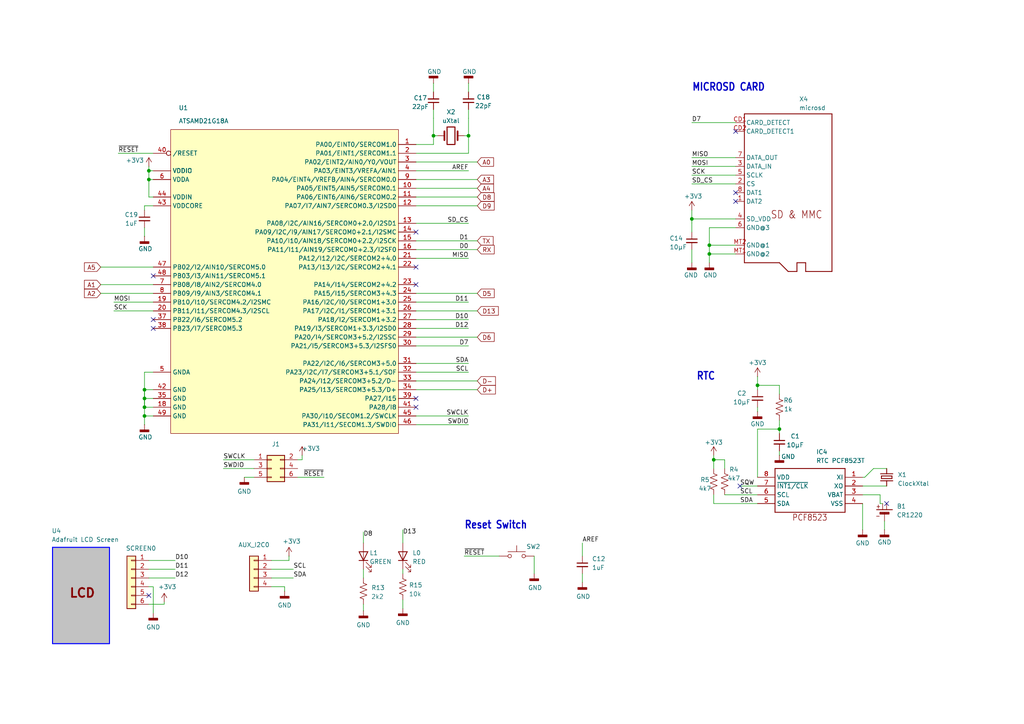
<source format=kicad_sch>
(kicad_sch (version 20250114) (generator "eeschema") (generator_version "9.0")
  (paper "A4")
  (lib_symbols
    (symbol "Connector_Generic:Conn_01x04" (pin_names (offset 1.016) (hide yes))
      (property "Reference" "J" (at 0 5.08 0))
      (property "Value" "Conn_01x04" (at 0 -7.62 0))
      (symbol "Conn_01x04_1_1"
        (rectangle (start -1.27 3.81) (end 1.27 -6.35) (stroke (width 0.254)) (fill (type background)))
        (rectangle (start -1.27 2.667) (end 0 2.413) (stroke (width 0.1524)))
        (rectangle (start -1.27 0.127) (end 0 -0.127) (stroke (width 0.1524)))
        (rectangle (start -1.27 -2.413) (end 0 -2.667) (stroke (width 0.1524)))
        (rectangle (start -1.27 -4.953) (end 0 -5.207) (stroke (width 0.1524)))
        (pin passive line (at -5.08 2.54 0) (length 3.81) (name "Pin_1") (number "1"))
        (pin passive line (at -5.08 0 0) (length 3.81) (name "Pin_2") (number "2"))
        (pin passive line (at -5.08 -2.54 0) (length 3.81) (name "Pin_3") (number "3"))
        (pin passive line (at -5.08 -5.08 0) (length 3.81) (name "Pin_4") (number "4"))
      )
    )
    (symbol "Connector_Generic:Conn_01x06" (pin_names (offset 1.016) (hide yes))
      (property "Reference" "J" (at 0 7.62 0))
      (property "Value" "Conn_01x06" (at 0 -10.16 0))
      (symbol "Conn_01x06_1_1"
        (rectangle (start -1.27 6.35) (end 1.27 -8.89) (stroke (width 0.254)) (fill (type background)))
        (rectangle (start -1.27 5.207) (end 0 4.953) (stroke (width 0.1524)))
        (rectangle (start -1.27 2.667) (end 0 2.413) (stroke (width 0.1524)))
        (rectangle (start -1.27 0.127) (end 0 -0.127) (stroke (width 0.1524)))
        (rectangle (start -1.27 -2.413) (end 0 -2.667) (stroke (width 0.1524)))
        (rectangle (start -1.27 -4.953) (end 0 -5.207) (stroke (width 0.1524)))
        (rectangle (start -1.27 -7.493) (end 0 -7.747) (stroke (width 0.1524)))
        (pin passive line (at -5.08 5.08 0) (length 3.81) (name "Pin_1") (number "1"))
        (pin passive line (at -5.08 2.54 0) (length 3.81) (name "Pin_2") (number "2"))
        (pin passive line (at -5.08 0 0) (length 3.81) (name "Pin_3") (number "3"))
        (pin passive line (at -5.08 -2.54 0) (length 3.81) (name "Pin_4") (number "4"))
        (pin passive line (at -5.08 -5.08 0) (length 3.81) (name "Pin_5") (number "5"))
        (pin passive line (at -5.08 -7.62 0) (length 3.81) (name "Pin_6") (number "6"))
      )
    )
    (symbol "Connector_Generic:Conn_02x03_Odd_Even" (pin_names (offset 1.016) (hide yes))
      (property "Reference" "J" (at 1.27 5.08 0))
      (property "Value" "Conn_02x03_Odd_Even" (at 1.27 -5.08 0))
      (symbol "Conn_02x03_Odd_Even_1_1"
        (rectangle (start -1.27 3.81) (end 3.81 -3.81) (stroke (width 0.254)) (fill (type background)))
        (rectangle (start -1.27 2.667) (end 0 2.413) (stroke (width 0.1524)))
        (rectangle (start -1.27 0.127) (end 0 -0.127) (stroke (width 0.1524)))
        (rectangle (start -1.27 -2.413) (end 0 -2.667) (stroke (width 0.1524)))
        (rectangle (start 3.81 2.667) (end 2.54 2.413) (stroke (width 0.1524)))
        (rectangle (start 3.81 0.127) (end 2.54 -0.127) (stroke (width 0.1524)))
        (rectangle (start 3.81 -2.413) (end 2.54 -2.667) (stroke (width 0.1524)))
        (pin passive line (at -5.08 2.54 0) (length 3.81) (name "Pin_1") (number "1"))
        (pin passive line (at -5.08 0 0) (length 3.81) (name "Pin_3") (number "3"))
        (pin passive line (at -5.08 -2.54 0) (length 3.81) (name "Pin_5") (number "5"))
        (pin passive line (at 7.62 2.54 180) (length 3.81) (name "Pin_2") (number "2"))
        (pin passive line (at 7.62 0 180) (length 3.81) (name "Pin_4") (number "4"))
        (pin passive line (at 7.62 -2.54 180) (length 3.81) (name "Pin_6") (number "6"))
      )
    )
    (symbol "Device:C_Small" (pin_numbers (hide yes)) (pin_names (offset 0.254) (hide yes))
      (property "Reference" "C" (at 0.254 1.778 0))
      (property "Value" "C_Small" (at 0.254 -2.032 0))
      (symbol "C_Small_0_1"
        (polyline (pts (xy -1.524 0.508) (xy 1.524 0.508)) (stroke (width 0.3048)))
        (polyline (pts (xy -1.524 -0.508) (xy 1.524 -0.508)) (stroke (width 0.3302)))
      )
      (symbol "C_Small_1_1"
        (pin passive line (at 0 2.54 270) (length 2.032) (name "~") (number "1"))
        (pin passive line (at 0 -2.54 90) (length 2.032) (name "~") (number "2"))
      )
    )
    (symbol "Device:Crystal" (pin_numbers (hide yes)) (pin_names (offset 1.016) (hide yes))
      (property "Reference" "Y" (at 0 3.81 0))
      (property "Value" "Crystal" (at 0 -3.81 0))
      (symbol "Crystal_0_1"
        (polyline (pts (xy -2.54 0) (xy -1.905 0)))
        (polyline (pts (xy -1.905 -1.27) (xy -1.905 1.27)) (stroke (width 0.508)))
        (rectangle (start -1.143 2.54) (end 1.143 -2.54) (stroke (width 0.3048)))
        (polyline (pts (xy 1.905 -1.27) (xy 1.905 1.27)) (stroke (width 0.508)))
        (polyline (pts (xy 2.54 0) (xy 1.905 0)))
      )
      (symbol "Crystal_1_1"
        (pin passive line (at -3.81 0 0) (length 1.27) (name "1") (number "1"))
        (pin passive line (at 3.81 0 180) (length 1.27) (name "2") (number "2"))
      )
    )
    (symbol "Device:LED" (pin_numbers (hide yes)) (pin_names (offset 1.016) (hide yes))
      (property "Reference" "D" (at 0 2.54 0))
      (property "Value" "LED" (at 0 -2.54 0))
      (symbol "LED_0_1"
        (polyline (pts (xy -3.048 -0.762) (xy -4.572 -2.286) (xy -3.81 -2.286) (xy -4.572 -2.286) (xy -4.572 -1.524)))
        (polyline (pts (xy -1.778 -0.762) (xy -3.302 -2.286) (xy -2.54 -2.286) (xy -3.302 -2.286) (xy -3.302 -1.524)))
        (polyline (pts (xy -1.27 0) (xy 1.27 0)))
        (polyline (pts (xy -1.27 -1.27) (xy -1.27 1.27)) (stroke (width 0.254)))
        (polyline (pts (xy 1.27 -1.27) (xy 1.27 1.27) (xy -1.27 0) (xy 1.27 -1.27)) (stroke (width 0.254)))
      )
      (symbol "LED_1_1"
        (pin passive line (at -3.81 0 0) (length 2.54) (name "K") (number "1"))
        (pin passive line (at 3.81 0 180) (length 2.54) (name "A") (number "2"))
      )
    )
    (symbol "Device:R_US" (pin_numbers (hide yes)) (pin_names (offset 0))
      (property "Reference" "R" (at 2.54 0 90))
      (property "Value" "R_US" (at -2.54 0 90))
      (symbol "R_US_0_1"
        (polyline (pts (xy 0 2.286) (xy 0 2.54)))
        (polyline (pts (xy 0 2.286) (xy 1.016 1.905) (xy 0 1.524) (xy -1.016 1.143) (xy 0 0.762)))
        (polyline (pts (xy 0 0.762) (xy 1.016 0.381) (xy 0 0) (xy -1.016 -0.381) (xy 0 -0.762)))
        (polyline (pts (xy 0 -0.762) (xy 1.016 -1.143) (xy 0 -1.524) (xy -1.016 -1.905) (xy 0 -2.286)))
        (polyline (pts (xy 0 -2.286) (xy 0 -2.54)))
      )
      (symbol "R_US_1_1"
        (pin passive line (at 0 3.81 270) (length 1.27) (name "~") (number "1"))
        (pin passive line (at 0 -3.81 90) (length 1.27) (name "~") (number "2"))
      )
    )
    (symbol "FED3 SymbLib:ATSAMD21J_QFN"
      (symbol "ATSAMD21J_QFN_1_0"
        (pin bidirectional inverted (at -25.4 33.02 0) (length 5.08) (name "/RESET") (number "40"))
        (pin power_in line (at -25.4 27.94 0) (length 5.08) (name "VDDIO") (number "17"))
        (pin power_in line (at -25.4 27.94 0) (length 5.08) (name "VDDIO") (number "36"))
        (pin power_in line (at -25.4 25.4 0) (length 5.08) (name "VDDA") (number "6"))
        (pin power_in line (at -25.4 20.32 0) (length 5.08) (name "VDDIN") (number "44"))
        (pin power_in line (at -25.4 17.78 0) (length 5.08) (name "VDDCORE") (number "43"))
        (pin bidirectional line (at -25.4 0 0) (length 5.08) (name "PB02/I2/AIN10/SERCOM5.0") (number "47"))
        (pin bidirectional line (at -25.4 -2.54 0) (length 5.08) (name "PB03/I3/AIN11/SERCOM5.1") (number "48"))
        (pin bidirectional line (at -25.4 -5.08 0) (length 5.08) (name "PB08/I8/AIN2/SERCOM4.0") (number "7"))
        (pin bidirectional line (at -25.4 -7.62 0) (length 5.08) (name "PB09/I9/AIN3/SERCOM4.1") (number "8"))
        (pin bidirectional line (at -25.4 -10.16 0) (length 5.08) (name "PB10/I10/SERCOM4.2/I2SMC") (number "19"))
        (pin bidirectional line (at -25.4 -12.7 0) (length 5.08) (name "PB11/I11/SERCOM4.3/I2SCL") (number "20"))
        (pin bidirectional line (at -25.4 -15.24 0) (length 5.08) (name "PB22/I6/SERCOM5.2") (number "37"))
        (pin bidirectional line (at -25.4 -17.78 0) (length 5.08) (name "PB23/I7/SERCOM5.3") (number "38"))
        (pin power_in line (at -25.4 -30.48 0) (length 5.08) (name "GNDA") (number "5"))
        (pin power_in line (at -25.4 -35.56 0) (length 5.08) (name "GND") (number "42"))
        (pin power_in line (at -25.4 -38.1 0) (length 5.08) (name "GND") (number "35"))
        (pin power_in line (at -25.4 -40.64 0) (length 5.08) (name "GND") (number "18"))
        (pin power_in line (at -25.4 -43.18 0) (length 5.08) (name "GND") (number "49"))
        (pin bidirectional line (at 50.8 35.56 180) (length 5.08) (name "PA00/EINT0/SERCOM1.0") (number "1"))
        (pin bidirectional line (at 50.8 33.02 180) (length 5.08) (name "PA01/EINT1/SERCOM1.1") (number "2"))
        (pin bidirectional line (at 50.8 30.48 180) (length 5.08) (name "PA02/EINT2/AIN0/Y0/VOUT") (number "3"))
        (pin bidirectional line (at 50.8 27.94 180) (length 5.08) (name "PA03/EINT3/VREFA/AIN1") (number "4"))
        (pin bidirectional line (at 50.8 25.4 180) (length 5.08) (name "PA04/EINT4/VREFB/AIN4/SERCOM0.0") (number "9"))
        (pin bidirectional line (at 50.8 22.86 180) (length 5.08) (name "PA05/EINT5/AIN5/SERCOM0.1") (number "10"))
        (pin bidirectional line (at 50.8 20.32 180) (length 5.08) (name "PA06/EINT6/AIN6/SERCOM0.2") (number "11"))
        (pin bidirectional line (at 50.8 17.78 180) (length 5.08) (name "PA07/I7/AIN7/SERCOM0.3/I2SD0") (number "12"))
        (pin bidirectional line (at 50.8 12.7 180) (length 5.08) (name "PA08/I2C/AIN16/SERCOM0+2.0/I2SD1") (number "13"))
        (pin bidirectional line (at 50.8 10.16 180) (length 5.08) (name "PA09/I2C/I9/AIN17/SERCOM0+2.1/I2SMC") (number "14"))
        (pin bidirectional line (at 50.8 7.62 180) (length 5.08) (name "PA10/I10/AIN18/SERCOM0+2.2/I2SCK") (number "15"))
        (pin bidirectional line (at 50.8 5.08 180) (length 5.08) (name "PA11/I11/AIN19/SERCOM0+2.3/I2SF0") (number "16"))
        (pin bidirectional line (at 50.8 2.54 180) (length 5.08) (name "PA12/I12/I2C/SERCOM2+4.0") (number "21"))
        (pin bidirectional line (at 50.8 0 180) (length 5.08) (name "PA13/I13/I2C/SERCOM2+4.1") (number "22"))
        (pin bidirectional line (at 50.8 -5.08 180) (length 5.08) (name "PA14/I14/SERCOM2+4.2") (number "23"))
        (pin bidirectional line (at 50.8 -7.62 180) (length 5.08) (name "PA15/I15/SERCOM3+4.3") (number "24"))
        (pin bidirectional line (at 50.8 -10.16 180) (length 5.08) (name "PA16/I2C/I0/SERCOM1+3.0") (number "25"))
        (pin bidirectional line (at 50.8 -12.7 180) (length 5.08) (name "PA17/I2C/I1/SERCOM1+3.1") (number "26"))
        (pin bidirectional line (at 50.8 -15.24 180) (length 5.08) (name "PA18/I2/SERCOM1+3.2") (number "27"))
        (pin bidirectional line (at 50.8 -17.78 180) (length 5.08) (name "PA19/I3/SERCOM1+3.3/I2SD0") (number "28"))
        (pin bidirectional line (at 50.8 -20.32 180) (length 5.08) (name "PA20/I4/SERCOM3+5.2/I2SSC") (number "29"))
        (pin bidirectional line (at 50.8 -22.86 180) (length 5.08) (name "PA21/I5/SERCOM3+5.3/I2SFS0") (number "30"))
        (pin bidirectional line (at 50.8 -27.94 180) (length 5.08) (name "PA22/I2C/I6/SERCOM3+5.0") (number "31"))
        (pin bidirectional line (at 50.8 -30.48 180) (length 5.08) (name "PA23/I2C/I7/SERCOM3+5.1/SOF") (number "32"))
        (pin bidirectional line (at 50.8 -33.02 180) (length 5.08) (name "PA24/I12/SERCOM3+5.2/D-") (number "33"))
        (pin bidirectional line (at 50.8 -35.56 180) (length 5.08) (name "PA25/I13/SERCOM3+5.3/D+") (number "34"))
        (pin bidirectional line (at 50.8 -38.1 180) (length 5.08) (name "PA27/I15") (number "39"))
        (pin bidirectional line (at 50.8 -40.64 180) (length 5.08) (name "PA28/I8") (number "41"))
        (pin bidirectional line (at 50.8 -43.18 180) (length 5.08) (name "PA30/I10/SECOM1.2/SWCLK") (number "45"))
        (pin bidirectional line (at 50.8 -45.72 180) (length 5.08) (name "PA31/I11/SECOM1.3/SWDIO") (number "46"))
      )
      (symbol "ATSAMD21J_QFN_1_1"
        (rectangle (start -20.32 39.878) (end 45.72 -48.26) (fill (type background)))
      )
    )
    (symbol "FED3 SymbLib:BATTERYCR1220_SMT"
      (property "Reference" "B" (at -2.54 3.175 0))
      (symbol "BATTERYCR1220_SMT_1_0"
        (polyline (pts (xy -0.508 1.27) (xy -0.254 1.27)) (stroke (width 0.254)))
        (polyline (pts (xy -0.508 -1.27) (xy -0.508 1.27)) (stroke (width 0.254)))
        (polyline (pts (xy -0.254 1.27) (xy -0.254 -1.27)) (stroke (width 0.254)))
        (polyline (pts (xy -0.254 1.27) (xy 0 1.27)) (stroke (width 0.254)))
        (polyline (pts (xy -0.254 -1.27) (xy -0.508 -1.27)) (stroke (width 0.254)))
        (polyline (pts (xy 0 1.27) (xy 0 -1.27)) (stroke (width 0.254)))
        (polyline (pts (xy 0 -1.27) (xy -0.254 -1.27)) (stroke (width 0.254)))
        (polyline (pts (xy 0.762 2.286) (xy 0.762 -2.286)) (stroke (width 0.254)))
        (text "-" (at -1.778 -1.143 900) (effects (font (size 1.27 1.0795)) (justify right top)))
        (text "+" (at 1.016 -1.016 900) (effects (font (size 1.27 1.0795)) (justify right top)))
        (pin passive line (at -2.54 0 0) (length 2.54) (name "-") (number "3"))
        (pin passive line (at 2.54 0.6096 180) (length 1.8288) (name "+") (number "1"))
        (pin passive line (at 2.54 -0.5334 180) (length 1.8288) (name "+") (number "2"))
      )
    )
    (symbol "FED3 SymbLib:CRYSTAL8.0X3.8"
      (property "Reference" "Y" (at -2.54 2.54 0))
      (symbol "CRYSTAL8.0X3.8_1_0"
        (polyline (pts (xy -2.54 0) (xy -1.016 0)) (stroke (width 0.254)))
        (polyline (pts (xy -1.016 1.778) (xy -1.016 0)) (stroke (width 0.254)))
        (polyline (pts (xy -1.016 0) (xy -1.016 -1.778)) (stroke (width 0.254)))
        (polyline (pts (xy -0.381 1.524) (xy -0.381 -1.524)) (stroke (width 0.254)))
        (polyline (pts (xy -0.381 -1.524) (xy 0.381 -1.524)) (stroke (width 0.254)))
        (polyline (pts (xy 0.381 1.524) (xy -0.381 1.524)) (stroke (width 0.254)))
        (polyline (pts (xy 0.381 -1.524) (xy 0.381 1.524)) (stroke (width 0.254)))
        (polyline (pts (xy 1.016 1.778) (xy 1.016 0)) (stroke (width 0.254)))
        (polyline (pts (xy 1.016 0) (xy 1.016 -1.778)) (stroke (width 0.254)))
        (polyline (pts (xy 2.54 0) (xy 1.016 0)) (stroke (width 0.254)))
        (pin passive line (at -3.81 -2.54 0) (length 2.54) (hide yes) (name "2") (number "2"))
        (pin passive line (at -2.54 0 0) (length 0) (name "1") (number "1"))
        (pin passive line (at 2.54 0 180) (length 0) (name "4") (number "4"))
        (pin passive line (at 2.54 -2.54 180) (length 2.54) (hide yes) (name "3") (number "3"))
      )
    )
    (symbol "FED3 SymbLib:LCD_SCREEN" (pin_numbers (hide yes))
      (property "Reference" "U" (at -8.128 15.24 0))
      (property "Value" "Adafruit LCD Screen" (at 1.016 -15.24 0))
      (symbol "LCD_SCREEN_1_1"
        (rectangle (start -8.89 13.97) (end 7.62 -13.97) (stroke (width 0.3048) (color 0 0 255 1)) (fill (type color) (color 194 194 194 1)))
        (text "LCD" (at -0.254 0.762 0) (effects (font (size 2.54 2.54) (thickness 0.508) (bold yes))))
      )
    )
    (symbol "FED3 SymbLib:MICROSD"
      (property "Reference" "X" (at -12.7 22.606 0))
      (symbol "MICROSD_1_0"
        (polyline (pts (xy -12.7 20.32) (xy -12.7 -22.86)) (stroke (width 0.254)))
        (polyline (pts (xy -12.7 -22.86) (xy -2.54 -22.86)) (stroke (width 0.254)))
        (polyline (pts (xy -2.54 -22.86) (xy 0 -25.4)) (stroke (width 0.254)))
        (polyline (pts (xy 0 -25.4) (xy 2.54 -25.4)) (stroke (width 0.254)))
        (polyline (pts (xy 2.54 -22.86) (xy 5.08 -22.86)) (stroke (width 0.254)))
        (polyline (pts (xy 2.54 -25.4) (xy 2.54 -22.86)) (stroke (width 0.254)))
        (polyline (pts (xy 5.08 -22.86) (xy 5.08 -25.4)) (stroke (width 0.254)))
        (polyline (pts (xy 5.08 -25.4) (xy 12.7 -25.4)) (stroke (width 0.254)))
        (polyline (pts (xy 12.7 20.32) (xy -12.7 20.32)) (stroke (width 0.254)))
        (polyline (pts (xy 12.7 -25.4) (xy 12.7 20.32)) (stroke (width 0.254)))
        (text "SD & MMC" (at -5.08 -10.16 0) (effects (font (size 2.1844 1.8567)) (justify left bottom)))
        (pin passive line (at -15.24 17.78 0) (length 2.54) (name "CARD_DETECT") (number "CD1"))
        (pin passive line (at -15.24 15.24 0) (length 2.54) (name "CARD_DETECT1") (number "CD2"))
        (pin output line (at -15.24 7.62 0) (length 2.54) (name "DATA_OUT") (number "7"))
        (pin input line (at -15.24 5.08 0) (length 2.54) (name "DATA_IN") (number "3"))
        (pin input line (at -15.24 2.54 0) (length 2.54) (name "SCLK") (number "5"))
        (pin input line (at -15.24 0 0) (length 2.54) (name "CS") (number "2"))
        (pin bidirectional line (at -15.24 -2.54 0) (length 2.54) (name "DAT1") (number "8"))
        (pin bidirectional line (at -15.24 -5.08 0) (length 2.54) (name "DAT2") (number "1"))
        (pin power_in line (at -15.24 -10.16 0) (length 2.54) (name "SD_VDD") (number "4"))
        (pin power_in line (at -15.24 -12.7 0) (length 2.54) (name "GND@3") (number "6"))
        (pin power_in line (at -15.24 -17.78 0) (length 2.54) (name "GND@1") (number "MT2"))
        (pin power_in line (at -15.24 -20.32 0) (length 2.54) (name "GND@2") (number "MT1"))
      )
    )
    (symbol "FED3 SymbLib:RTC_PCF8523/TK"
      (property "Reference" "IC" (at 10.16 7.62 0))
      (symbol "RTC_PCF8523/TK_1_0"
        (polyline (pts (xy -10.16 5.08) (xy 10.16 5.08)) (stroke (width 0.254)))
        (polyline (pts (xy -10.16 -7.62) (xy -10.16 5.08)) (stroke (width 0.254)))
        (polyline (pts (xy 10.16 5.08) (xy 10.16 -7.62)) (stroke (width 0.254)))
        (polyline (pts (xy 10.16 -7.62) (xy -10.16 -7.62)) (stroke (width 0.254)))
        (text "PCF8523" (at -5.08 -10.16 0) (effects (font (size 1.778 1.5113)) (justify left bottom)))
        (pin input line (at -15.24 2.54 0) (length 5.08) (name "XI") (number "1"))
        (pin output line (at -15.24 0 0) (length 5.08) (name "XO") (number "2"))
        (pin power_in line (at -15.24 -2.54 0) (length 5.08) (name "VBAT") (number "3"))
        (pin power_in line (at -15.24 -5.08 0) (length 5.08) (name "VSS") (number "4"))
        (pin power_in line (at 15.24 2.54 180) (length 5.08) (name "VDD") (number "8"))
        (pin output line (at 15.24 0 180) (length 5.08) (name "~{INT1/CLK}") (number "7"))
        (pin bidirectional line (at 15.24 -2.54 180) (length 5.08) (name "SCL") (number "6"))
        (pin bidirectional line (at 15.24 -5.08 180) (length 5.08) (name "SDA") (number "5"))
      )
    )
    (symbol "Switch:SW_Push" (pin_numbers (hide yes)) (pin_names (offset 1.016) (hide yes))
      (property "Reference" "SW" (at 1.27 2.54 0))
      (property "Value" "SW_Push" (at 0 -1.524 0))
      (symbol "SW_Push_0_1"
        (circle (center -2.032 0) (radius 0.508))
        (polyline (pts (xy 0 1.27) (xy 0 3.048)))
        (circle (center 2.032 0) (radius 0.508))
        (polyline (pts (xy 2.54 1.27) (xy -2.54 1.27)))
        (pin passive line (at -5.08 0 0) (length 2.54) (name "1") (number "1"))
        (pin passive line (at 5.08 0 180) (length 2.54) (name "2") (number "2"))
      )
    )
    (symbol "power:+3V3" (power) (pin_numbers (hide yes)) (pin_names (offset 0) (hide yes))
      (property "Value" "+3V3" (at 0 3.556 0))
      (symbol "+3V3_0_1"
        (polyline (pts (xy -0.762 1.27) (xy 0 2.54)))
        (polyline (pts (xy 0 2.54) (xy 0.762 1.27)))
        (polyline (pts (xy 0 0) (xy 0 2.54)))
      )
      (symbol "+3V3_1_1"
        (pin power_in line (at 0 0 90) (length 0) (name "~") (number "1"))
      )
    )
    (symbol "power:GNDD" (power) (pin_numbers (hide yes)) (pin_names (offset 0) (hide yes))
      (property "Value" "GNDD" (at 0 -3.175 0))
      (symbol "GNDD_0_1"
        (rectangle (start -1.27 -1.524) (end 1.27 -2.032) (stroke (width 0.254)) (fill (type outline)))
        (polyline (pts (xy 0 0) (xy 0 -1.524)))
      )
      (symbol "GNDD_1_1"
        (pin power_in line (at 0 0 270) (length 0) (name "~") (number "1"))
      )
    )
  )
  (text "MICROSD CARD" (at 200.66 26.67 0) (effects (font (size 2.1844 1.8567) (thickness 0.3713) (bold yes)) (justify left bottom)))
  (text "Reset Switch" (at 134.62 153.67 0) (effects (font (size 2.1844 1.8567) (thickness 0.3713) (bold yes)) (justify left bottom)))
  (text "RTC" (at 201.93 110.49 0) (effects (font (size 2.1844 1.8567) (thickness 0.3713) (bold yes)) (justify left bottom)))
  (junction (at 205.74 73.66))
  (junction (at 135.89 39.37))
  (junction (at 200.66 63.5))
  (junction (at 219.71 111.76))
  (junction (at 41.91 118.11))
  (junction (at 43.18 49.53))
  (junction (at 43.18 52.07))
  (junction (at 226.06 124.46))
  (junction (at 207.01 133.35))
  (junction (at 41.91 113.03))
  (junction (at 41.91 120.65))
  (junction (at 125.73 39.37))
  (junction (at 205.74 71.12))
  (junction (at 41.91 115.57))
  (no_connect (at 120.65 118.11))
  (no_connect (at 120.65 115.57))
  (no_connect (at 213.36 55.88))
  (no_connect (at 43.18 172.72))
  (no_connect (at 44.45 95.25))
  (no_connect (at 257.1496 146.05))
  (no_connect (at 120.65 77.47))
  (no_connect (at 213.36 38.1))
  (no_connect (at 44.45 92.71))
  (no_connect (at 214.63 140.97))
  (no_connect (at 120.65 82.55))
  (no_connect (at 213.36 58.42))
  (no_connect (at 44.45 80.01))
  (no_connect (at 120.65 67.31))
  (wire (pts (xy 207.01 132.08) (xy 207.01 133.35)) (stroke (width 0.1524)))
  (wire (pts (xy 255.27 143.51) (xy 255.27 146.05)) (stroke (width 0.1524)))
  (wire (pts (xy 256.54 151.13) (xy 256.54 153.67)) (stroke (width 0.1524)))
  (wire (pts (xy 120.65 110.49) (xy 138.43 110.49)) (stroke (width 0.1524)))
  (wire (pts (xy 200.66 60.96) (xy 200.66 63.5)) (stroke (width 0.1524)))
  (wire (pts (xy 120.65 107.95) (xy 135.89 107.95)) (stroke (width 0.1524)))
  (wire (pts (xy 105.41 175.26) (xy 105.41 177.165)) (stroke (width 0.1524)))
  (wire (pts (xy 226.06 124.46) (xy 226.06 125.73)))
  (wire (pts (xy 41.91 66.04) (xy 41.91 68.58)))
  (wire (pts (xy 41.91 115.57) (xy 41.91 118.11)) (stroke (width 0.1524)))
  (wire (pts (xy 207.01 133.35) (xy 210.185 133.35)) (stroke (width 0.1524)))
  (wire (pts (xy 138.43 113.03) (xy 120.65 113.03)) (stroke (width 0.1524)))
  (wire (pts (xy 120.65 57.15) (xy 138.43 57.15)) (stroke (width 0.1524)))
  (wire (pts (xy 134.62 161.29) (xy 144.78 161.29)) (stroke (width 0.1524)))
  (wire (pts (xy 41.91 113.03) (xy 41.91 115.57)) (stroke (width 0.1524)))
  (wire (pts (xy 120.65 41.91) (xy 125.73 41.91)) (stroke (width 0.1524)))
  (wire (pts (xy 120.65 100.33) (xy 135.89 100.33)) (stroke (width 0.1524)))
  (wire (pts (xy 41.91 60.96) (xy 41.91 59.69)) (stroke (width 0.1524)))
  (wire (pts (xy 219.71 118.11) (xy 219.71 119.38)))
  (wire (pts (xy 78.74 167.64) (xy 85.09 167.64)) (stroke (width 0.1524)))
  (wire (pts (xy 207.01 143.51) (xy 207.01 146.05)) (stroke (width 0.1524)))
  (wire (pts (xy 200.66 48.26) (xy 213.36 48.26)) (stroke (width 0.1524)))
  (wire (pts (xy 219.71 111.76) (xy 219.71 113.03)))
  (wire (pts (xy 93.98 138.43) (xy 86.36 138.43)))
  (wire (pts (xy 41.91 118.11) (xy 41.91 120.65)))
  (wire (pts (xy 105.41 154.305) (xy 105.41 157.48)) (stroke (width 0.1524)))
  (wire (pts (xy 41.91 118.11) (xy 44.45 118.11)) (stroke (width 0.1524)))
  (wire (pts (xy 200.66 76.2) (xy 200.66 72.39)) (stroke (width 0.1524)))
  (wire (pts (xy 43.18 48.26) (xy 43.18 49.53)))
  (wire (pts (xy 210.185 133.35) (xy 210.185 135.89)) (stroke (width 0.1524)))
  (wire (pts (xy 116.84 153.67) (xy 116.84 157.48)) (stroke (width 0.1524)))
  (wire (pts (xy 120.65 52.07) (xy 138.43 52.07)) (stroke (width 0.1524)))
  (wire (pts (xy 43.18 165.1) (xy 50.8 165.1)) (stroke (width 0.1524)))
  (wire (pts (xy 200.66 63.5) (xy 213.36 63.5)) (stroke (width 0.1524)))
  (wire (pts (xy 200.66 45.72) (xy 213.36 45.72)) (stroke (width 0.1524)))
  (wire (pts (xy 210.185 143.51) (xy 219.71 143.51)) (stroke (width 0.1524)))
  (wire (pts (xy 120.65 90.17) (xy 138.43 90.17)) (stroke (width 0.1524)))
  (wire (pts (xy 219.71 138.43) (xy 219.71 124.46)) (stroke (width 0.1524)))
  (wire (pts (xy 125.73 24.13) (xy 125.73 26.67)))
  (wire (pts (xy 120.65 69.85) (xy 138.43 69.85)) (stroke (width 0.1524)))
  (wire (pts (xy 135.89 24.13) (xy 135.89 26.67)))
  (wire (pts (xy 41.91 115.57) (xy 44.45 115.57)))
  (wire (pts (xy 120.65 87.63) (xy 135.89 87.63)) (stroke (width 0.1524)))
  (wire (pts (xy 213.36 73.66) (xy 205.74 73.66)) (stroke (width 0.1524)))
  (wire (pts (xy 44.45 52.07) (xy 43.18 52.07)) (stroke (width 0.1524)))
  (wire (pts (xy 73.66 135.89) (xy 64.77 135.89)))
  (wire (pts (xy 44.45 77.47) (xy 29.21 77.47)) (stroke (width 0.1524)))
  (wire (pts (xy 43.18 52.07) (xy 43.18 49.53)) (stroke (width 0.1524)))
  (wire (pts (xy 255.27 143.51) (xy 250.19 143.51)) (stroke (width 0.1524)))
  (wire (pts (xy 43.18 162.56) (xy 50.8 162.56)) (stroke (width 0.1524)))
  (wire (pts (xy 44.45 170.18) (xy 44.45 177.8)))
  (wire (pts (xy 41.91 120.65) (xy 44.45 120.65)))
  (wire (pts (xy 33.02 90.17) (xy 44.45 90.17)) (stroke (width 0.1524)))
  (wire (pts (xy 78.74 165.1) (xy 85.09 165.1)) (stroke (width 0.1524)))
  (wire (pts (xy 44.45 87.63) (xy 33.02 87.63)) (stroke (width 0.1524)))
  (wire (pts (xy 226.06 121.92) (xy 226.06 123.19)))
  (wire (pts (xy 41.91 59.69) (xy 44.45 59.69)) (stroke (width 0.1524)))
  (wire (pts (xy 138.43 85.09) (xy 120.65 85.09)) (stroke (width 0.1524)))
  (wire (pts (xy 207.01 133.35) (xy 207.01 135.89)) (stroke (width 0.1524)))
  (wire (pts (xy 226.06 124.46) (xy 226.06 123.19)) (stroke (width 0.1524)))
  (wire (pts (xy 207.01 146.05) (xy 219.71 146.05)) (stroke (width 0.1524)))
  (wire (pts (xy 125.73 39.37) (xy 125.73 41.91)) (stroke (width 0.1524)))
  (wire (pts (xy 205.74 71.12) (xy 205.74 73.66)) (stroke (width 0.1524)))
  (wire (pts (xy 219.71 140.97) (xy 214.63 140.97)) (stroke (width 0.1524)))
  (wire (pts (xy 87.63 132.08) (xy 87.63 133.35)))
  (wire (pts (xy 257.175 140.97) (xy 250.19 140.97)) (stroke (width 0.1524)))
  (wire (pts (xy 41.91 123.19) (xy 41.91 120.65)))
  (wire (pts (xy 47.625 175.26) (xy 47.625 174.625)) (stroke (width 0.1524)))
  (wire (pts (xy 105.41 165.1) (xy 105.41 167.64)) (stroke (width 0.1524)))
  (wire (pts (xy 219.71 124.46) (xy 226.06 124.46)) (stroke (width 0.1524)))
  (wire (pts (xy 120.65 105.41) (xy 135.89 105.41)) (stroke (width 0.1524)))
  (wire (pts (xy 200.66 50.8) (xy 213.36 50.8)) (stroke (width 0.1524)))
  (wire (pts (xy 213.36 71.12) (xy 205.74 71.12)) (stroke (width 0.1524)))
  (wire (pts (xy 87.63 133.35) (xy 86.36 133.35)))
  (wire (pts (xy 47.625 175.26) (xy 43.18 175.26)) (stroke (width 0.1524)))
  (wire (pts (xy 205.74 73.66) (xy 205.74 76.2)) (stroke (width 0.1524)))
  (wire (pts (xy 120.65 120.65) (xy 135.89 120.65)) (stroke (width 0.1524)))
  (wire (pts (xy 44.45 82.55) (xy 29.21 82.55)) (stroke (width 0.1524)))
  (wire (pts (xy 135.89 64.77) (xy 120.65 64.77)) (stroke (width 0.1524)))
  (wire (pts (xy 200.66 53.34) (xy 213.36 53.34)) (stroke (width 0.1524)))
  (wire (pts (xy 116.84 173.99) (xy 116.84 176.53)) (stroke (width 0.1524)))
  (wire (pts (xy 226.06 111.76) (xy 226.06 114.3)) (stroke (width 0.1524)))
  (wire (pts (xy 120.65 46.99) (xy 138.43 46.99)) (stroke (width 0.1524)))
  (wire (pts (xy 135.89 39.37) (xy 135.89 44.45)) (stroke (width 0.1524)))
  (wire (pts (xy 120.65 95.25) (xy 135.89 95.25)) (stroke (width 0.1524)))
  (wire (pts (xy 78.74 170.18) (xy 82.55 170.18)) (stroke (width 0.1524)))
  (wire (pts (xy 73.66 133.35) (xy 64.77 133.35)))
  (wire (pts (xy 70.866 138.43) (xy 73.66 138.43)))
  (wire (pts (xy 213.36 66.04) (xy 205.74 66.04)) (stroke (width 0.1524)))
  (wire (pts (xy 43.18 57.15) (xy 43.18 52.07)) (stroke (width 0.1524)))
  (wire (pts (xy 125.73 31.75) (xy 125.73 34.29)))
  (wire (pts (xy 44.45 49.53) (xy 43.18 49.53)) (stroke (width 0.1524)))
  (wire (pts (xy 120.65 44.45) (xy 135.89 44.45)) (stroke (width 0.1524)))
  (wire (pts (xy 41.91 113.03) (xy 41.91 115.57)))
  (wire (pts (xy 168.91 157.48) (xy 168.91 161.29)))
  (wire (pts (xy 135.89 34.29) (xy 135.89 39.37)) (stroke (width 0.1524)))
  (wire (pts (xy 120.65 97.79) (xy 138.43 97.79)) (stroke (width 0.1524)))
  (wire (pts (xy 41.91 113.03) (xy 44.45 113.03)) (stroke (width 0.1524)))
  (wire (pts (xy 83.82 161.29) (xy 83.82 162.56)))
  (wire (pts (xy 250.19 153.67) (xy 250.19 146.05)) (stroke (width 0.1524)))
  (wire (pts (xy 125.73 39.37) (xy 127 39.37)))
  (wire (pts (xy 226.06 111.76) (xy 219.71 111.76)) (stroke (width 0.1524)))
  (wire (pts (xy 205.74 66.04) (xy 205.74 71.12)) (stroke (width 0.1524)))
  (wire (pts (xy 200.66 63.5) (xy 200.66 64.77)) (stroke (width 0.1524)))
  (wire (pts (xy 83.82 162.56) (xy 78.74 162.56)))
  (wire (pts (xy 34.29 44.45) (xy 44.45 44.45)) (stroke (width 0.1524)))
  (wire (pts (xy 41.91 107.95) (xy 44.45 107.95)))
  (wire (pts (xy 120.65 59.69) (xy 138.43 59.69)) (stroke (width 0.1524)))
  (wire (pts (xy 255.27 146.05) (xy 256.0066 146.05)) (stroke (width 0.1524)))
  (wire (pts (xy 200.66 35.56) (xy 213.36 35.56)) (stroke (width 0.1524)))
  (wire (pts (xy 29.21 85.09) (xy 44.45 85.09)) (stroke (width 0.1524)))
  (wire (pts (xy 43.18 167.64) (xy 50.8 167.64)) (stroke (width 0.1524)))
  (wire (pts (xy 226.06 130.81) (xy 226.06 132.08)))
  (wire (pts (xy 219.71 109.22) (xy 219.71 111.76)) (stroke (width 0.1524)))
  (wire (pts (xy 135.89 31.75) (xy 135.89 34.29)))
  (wire (pts (xy 135.89 123.19) (xy 120.65 123.19)) (stroke (width 0.1524)))
  (wire (pts (xy 120.65 92.71) (xy 135.89 92.71)) (stroke (width 0.1524)))
  (wire (pts (xy 154.94 161.29) (xy 154.94 166.37)) (stroke (width 0.1524)))
  (wire (pts (xy 82.55 170.18) (xy 82.55 171.45)) (stroke (width 0.1524)))
  (wire (pts (xy 120.65 72.39) (xy 138.43 72.39)) (stroke (width 0.1524)))
  (wire (pts (xy 168.91 166.37) (xy 168.91 168.91)) (stroke (width 0.1524)))
  (wire (pts (xy 43.18 170.18) (xy 44.45 170.18)) (stroke (width 0.1524)))
  (wire (pts (xy 41.91 107.95) (xy 41.91 113.03)))
  (wire (pts (xy 125.73 34.29) (xy 125.73 39.37)) (stroke (width 0.1524)))
  (wire (pts (xy 200.66 64.77) (xy 200.66 67.31)))
  (wire (pts (xy 44.45 57.15) (xy 43.18 57.15)) (stroke (width 0.1524)))
  (wire (pts (xy 138.43 54.61) (xy 120.65 54.61)) (stroke (width 0.1524)))
  (wire (pts (xy 116.84 165.1) (xy 116.84 166.37)) (stroke (width 0.1524)))
  (wire (pts (xy 253.365 135.89) (xy 250.825 138.43)) (stroke (width 0.1524)))
  (wire (pts (xy 120.65 74.93) (xy 135.89 74.93)) (stroke (width 0.1524)))
  (wire (pts (xy 41.91 115.57) (xy 41.91 118.11)))
  (wire (pts (xy 257.175 135.89) (xy 253.365 135.89)) (stroke (width 0.1524)))
  (wire (pts (xy 134.62 39.37) (xy 135.89 39.37)))
  (wire (pts (xy 250.825 138.43) (xy 250.19 138.43)) (stroke (width 0.1524)))
  (wire (pts (xy 120.65 49.53) (xy 135.89 49.53)) (stroke (width 0.1524)))
  (label "D10" (at 135.89 92.71 180))
  (label "SWCLK" (at 64.77 133.35 0))
  (label "MISO" (at 135.89 74.93 180))
  (label "SDA" (at 85.09 167.64 0))
  (label "SCL" (at 85.09 165.1 0))
  (label "SCL" (at 214.63 143.51 0))
  (label "D10" (at 50.8 162.56 0))
  (label "SWDIO" (at 64.77 135.89 0))
  (label "MISO" (at 200.66 45.72 0))
  (label "SWDIO" (at 135.89 123.19 180))
  (label "AREF" (at 135.89 49.53 180))
  (label "~{RESET}" (at 34.29 44.45 0))
  (label "SCL" (at 135.89 107.95 180))
  (label "MOSI" (at 200.66 48.26 0))
  (label "SCK" (at 200.66 50.8 0))
  (label "D1" (at 135.89 69.85 180))
  (label "SD_CS" (at 135.89 64.77 180))
  (label "~{RESET}" (at 93.98 138.43 180))
  (label "D12" (at 135.89 95.25 180))
  (label "SDA" (at 135.89 105.41 180))
  (label "~{RESET}" (at 134.62 161.29 0))
  (label "D0" (at 135.89 72.39 180))
  (label "MOSI" (at 33.02 87.63 0))
  (label "D11" (at 50.8 165.1 0))
  (label "D8" (at 105.41 154.305 0))
  (label "SDA" (at 214.63 146.05 0))
  (label "SCK" (at 33.02 90.17 0))
  (label "SD_CS" (at 200.66 53.34 0))
  (label "AREF" (at 168.91 157.48 0))
  (label "SWCLK" (at 135.89 120.65 180))
  (label "D7" (at 135.89 100.33 180))
  (label "D12" (at 50.8 167.64 0))
  (label "D7" (at 200.66 35.56 0))
  (label "D11" (at 135.89 87.63 180))
  (label "D13" (at 116.84 153.67 0))
  (label "SQW" (at 214.63 140.97 0))
  (global_label "A5" (shape input) (at 29.21 77.47 180) (property "Intersheetrefs" "${INTERSHEET_REFS}" (effects (hide yes))))
  (global_label "RX" (shape input) (at 138.43 72.39 0) (property "Intersheetrefs" "${INTERSHEET_REFS}" (effects (hide yes))))
  (global_label "A0" (shape input) (at 138.43 46.99 0) (property "Intersheetrefs" "${INTERSHEET_REFS}" (effects (hide yes))))
  (global_label "D-" (shape input) (at 138.43 110.49 0) (property "Intersheetrefs" "${INTERSHEET_REFS}" (effects (hide yes))))
  (global_label "D9" (shape input) (at 138.43 59.69 0) (property "Intersheetrefs" "${INTERSHEET_REFS}" (effects (hide yes))))
  (global_label "A1" (shape input) (at 29.21 82.55 180) (property "Intersheetrefs" "${INTERSHEET_REFS}" (effects (hide yes))))
  (global_label "A2" (shape input) (at 29.21 85.09 180) (property "Intersheetrefs" "${INTERSHEET_REFS}" (effects (hide yes))))
  (global_label "D8" (shape input) (at 138.43 57.15 0) (property "Intersheetrefs" "${INTERSHEET_REFS}" (effects (hide yes))))
  (global_label "D13" (shape input) (at 138.43 90.17 0) (property "Intersheetrefs" "${INTERSHEET_REFS}" (effects (hide yes))))
  (global_label "TX" (shape input) (at 138.43 69.85 0) (property "Intersheetrefs" "${INTERSHEET_REFS}" (effects (hide yes))))
  (global_label "A4" (shape input) (at 138.43 54.61 0) (property "Intersheetrefs" "${INTERSHEET_REFS}" (effects (hide yes))))
  (global_label "D6" (shape input) (at 138.43 97.79 0) (property "Intersheetrefs" "${INTERSHEET_REFS}" (effects (hide yes))))
  (global_label "A3" (shape input) (at 138.43 52.07 0) (property "Intersheetrefs" "${INTERSHEET_REFS}" (effects (hide yes))))
  (global_label "D5" (shape input) (at 138.43 85.09 0) (property "Intersheetrefs" "${INTERSHEET_REFS}" (effects (hide yes))))
  (global_label "D+" (shape input) (at 138.43 113.03 0) (property "Intersheetrefs" "${INTERSHEET_REFS}" (effects (hide yes))))
  (symbol (lib_id "Device:Crystal") (at 130.81 39.37 0) (mirror x) (unit 1)
    (property "Reference" "X2" (at 130.81 31.75 0) (effects (justify bottom)))
    (property "Value" "uXtal" (at 130.81 34.29 0) (effects (justify bottom)))
    (property "Footprint" "Crystal:Crystal_SMD_MicroCrystal_CC8V-T1A-2Pin_2.0x1.2mm" (effects (hide yes)))
    (property "Description" "Crystal 32768 KHz ±50ppm 12.5pF 90kOhms" (effects (hide yes)))
    (property "OEPSPN" "OEPS100051" (effects (hide yes)))
    (property "MPN" "9HT11-32.768KBZF-T" (effects (hide yes)))
  )
  (symbol (lib_id "Device:C_Small") (at 135.89 29.21 180) (unit 1)
    (property "Reference" "C18" (at 140.208 27.432 0) (effects (justify bottom)))
    (property "Value" "22pF" (at 140.208 29.972 0) (effects (justify bottom)))
    (property "Footprint" "Capacitor_SMD:C_0402_1005Metric" (effects (hide yes)))
    (property "Description" "SMD CER 0402 22pF 50V ±5% C0G/NP0" (effects (hide yes)))
    (property "OEPSPN" "OEPS010080" (effects (hide yes)))
    (property "MPN" "CL05C220JB51PNC" (effects (hide yes)))
  )
  (symbol (lib_id "power:GNDD") (at 205.74 76.2 0) (mirror y) (unit 1)
    (property "Reference" "#PWR040" (effects (hide yes)))
    (property "Value" "GND" (at 205.994 80.518 0) (effects (justify bottom)))
    (property "Description" "Power symbol creates a global label with name \"GNDD\" , digital ground" (effects (hide yes)))
  )
  (symbol (lib_id "Device:C_Small") (at 200.66 69.85 0) (unit 1)
    (property "Reference" "C14" (at 194.183 69.85 0) (effects (justify left bottom)))
    (property "Value" "10µF" (at 194.183 72.39 0) (effects (justify left bottom)))
    (property "Footprint" "Capacitor_SMD:C_0402_1005Metric" (effects (hide yes)))
    (property "Description" "Unpolarized capacitor, small symbol" (effects (hide yes)))
    (property "OEPSPN" "OEPS010038" (effects (hide yes)))
    (property "MPN" "CL05A106MP5NUNC" (effects (hide yes)))
  )
  (symbol (lib_id "Device:LED") (at 105.41 161.29 90) (unit 1)
    (property "Reference" "L1" (at 107.188 159.639 90) (effects (justify right bottom)))
    (property "Value" "GREEN" (at 107.188 162.179 90) (effects (justify right bottom)))
    (property "Footprint" "LED_SMD:LED_0603_1608Metric" (effects (hide yes)))
    (property "Description" "LED 0603 Green 570nm 20mA" (effects (hide yes)))
    (property "OEPSPN" "OEPS030005" (effects (hide yes)))
    (property "MPN" "150060VS75000" (effects (hide yes)))
  )
  (symbol (lib_id "power:GNDD") (at 256.54 153.67 0) (unit 1)
    (property "Reference" "#PWR058" (effects (hide yes)))
    (property "Value" "GND" (at 256.54 157.988 0) (effects (justify bottom)))
    (property "Description" "Power symbol creates a global label with name \"GNDD\" , digital ground" (effects (hide yes)))
  )
  (symbol (lib_id "power:+3V3") (at 200.66 60.96 0) (unit 1)
    (property "Reference" "#+3V03" (effects (hide yes)))
    (property "Value" "+3V3" (at 201.041 57.658 0) (effects (justify bottom)))
  )
  (symbol (lib_id "power:GNDD") (at 41.91 68.58 0) (unit 1)
    (property "Reference" "#PWR016" (effects (hide yes)))
    (property "Value" "GND" (at 42.164 72.898 0) (effects (justify bottom)))
    (property "Description" "Power symbol creates a global label with name \"GNDD\" , digital ground" (effects (hide yes)))
  )
  (symbol (lib_id "power:GNDD") (at 125.73 24.13 180) (unit 1)
    (property "Reference" "#PWR041" (effects (hide yes)))
    (property "Value" "GND" (at 125.984 20.066 0) (effects (justify bottom)))
    (property "Description" "Power symbol creates a global label with name \"GNDD\" , digital ground" (effects (hide yes)))
  )
  (symbol (lib_id "power:GNDD") (at 168.91 168.91 0) (mirror y) (unit 1)
    (property "Reference" "#PWR047" (effects (hide yes)))
    (property "Value" "GND" (at 169.164 173.736 0) (effects (justify bottom)))
    (property "Description" "Power symbol creates a global label with name \"GNDD\" , digital ground" (effects (hide yes)))
  )
  (symbol (lib_id "power:+3V3") (at 47.625 174.625 0) (unit 1)
    (property "Reference" "#+3V08" (effects (hide yes)))
    (property "Value" "+3V3" (at 48.514 170.942 0) (effects (justify bottom)))
  )
  (symbol (lib_id "FED3 SymbLib:CRYSTAL8.0X3.8") (at 257.175 138.43 90) (mirror x) (unit 1)
    (property "Reference" "X1" (at 260.35 138.43 90) (effects (justify right bottom)))
    (property "Value" "ClockXtal" (at 260.35 140.97 90) (effects (justify right bottom)))
    (property "Footprint" "FED3_PCBLib:CRYSTAL_8X3.8" (effects (hide yes)))
    (property "Description" "Crystal 32.768 kHz ±10ppm 12.5pF 50 kOhms (OEPS K01 010)" (effects (hide yes)))
    (property "OEPSPN" "OEPS100060" (effects (hide yes)))
    (property "MPN" "ECS-.327-12.5-17X-C-TR " (effects (hide yes)))
  )
  (symbol (lib_id "Device:C_Small") (at 41.91 63.5 0) (unit 1)
    (property "Reference" "C19" (at 38.1 62.992 0) (effects (justify bottom)))
    (property "Value" "1uF" (at 38.1 65.532 0) (effects (justify bottom)))
    (property "Footprint" "Capacitor_SMD:C_0402_1005Metric" (effects (hide yes)))
    (property "Description" "SMD CER 0402 1uF 25V ±10% X5R" (effects (hide yes)))
    (property "OEPSPN" "OEPS010030" (effects (hide yes)))
    (property "MPN" "C1005X5R1E105K050BC" (effects (hide yes)))
  )
  (symbol (lib_id "Device:R_US") (at 116.84 170.18 0) (unit 1)
    (property "Reference" "R15" (at 118.618 170.434 0) (effects (justify left bottom)))
    (property "Value" "10k" (at 118.618 172.974 0) (effects (font (thickness 0.127)) (justify left bottom)))
    (property "Footprint" "Resistor_SMD:R_0402_1005Metric" (effects (hide yes)))
    (property "Description" "SMD 0402 10kΩ ±1% 0.100W" (effects (hide yes)))
    (property "OEPSPN" "OEPS020013" (effects (hide yes)))
    (property "MPN" "ERJ-2RKF1002X" (effects (hide yes)))
  )
  (symbol (lib_id "Device:C_Small") (at 125.73 29.21 180) (unit 1)
    (property "Reference" "C17" (at 121.92 27.686 0) (effects (justify bottom)))
    (property "Value" "22pF" (at 121.92 30.226 0) (effects (justify bottom)))
    (property "Footprint" "Capacitor_SMD:C_0402_1005Metric" (effects (hide yes)))
    (property "Description" "SMD CER 0402 22pF 50V ±5% C0G/NP0" (effects (hide yes)))
    (property "OEPSPN" "OEPS010080" (effects (hide yes)))
    (property "MPN" "CL05C220JB51PNC" (effects (hide yes)))
  )
  (symbol (lib_id "power:+3V3") (at 43.18 48.26 0) (unit 1)
    (property "Reference" "#+3V01" (effects (hide yes)))
    (property "Value" "+3V3" (at 39.116 47.244 0) (effects (justify bottom)))
  )
  (symbol (lib_id "Connector_Generic:Conn_01x04") (at 73.66 165.1 0) (mirror y) (unit 1)
    (property "Reference" "AUX_I2C0" (at 73.66 158.75 0) (effects (justify bottom)))
    (property "Value" "DNP" (effects (hide yes)))
    (property "Footprint" "Connector_JST:JST_PH_B4B-PH-K_1x04_P2.00mm_Vertical" (effects (hide yes)))
    (property "Description" "Generic connector, single row, 01x04, script generated (kicad-library-utils/schlib/autogen/connector/)" (effects (hide yes)))
    (property "OEPSPN" "n.a." (effects (hide yes)))
    (property "MPN" "n.a." (effects (hide yes)))
  )
  (symbol (lib_id "power:GNDD") (at 70.866 138.43 0) (unit 1)
    (property "Reference" "#PWR061" (effects (hide yes)))
    (property "Value" "GND" (at 70.866 143.256 0) (effects (justify bottom)))
    (property "Description" "Power symbol creates a global label with name \"GNDD\" , digital ground" (effects (hide yes)))
  )
  (symbol (lib_id "power:GNDD") (at 154.94 166.37 0) (unit 1)
    (property "Reference" "#PWR054" (effects (hide yes)))
    (property "Value" "GND" (at 155.194 171.196 0) (effects (justify bottom)))
    (property "Description" "Power symbol creates a global label with name \"GNDD\" , digital ground" (effects (hide yes)))
  )
  (symbol (lib_id "power:GNDD") (at 135.89 24.13 180) (unit 1)
    (property "Reference" "#PWR042" (effects (hide yes)))
    (property "Value" "GND" (at 136.144 20.066 0) (effects (justify bottom)))
    (property "Description" "Power symbol creates a global label with name \"GNDD\" , digital ground" (effects (hide yes)))
  )
  (symbol (lib_id "power:GNDD") (at 82.55 171.45 0) (unit 1)
    (property "Reference" "#PWR050" (effects (hide yes)))
    (property "Value" "GND" (at 82.55 176.276 0) (effects (justify bottom)))
    (property "Description" "Power symbol creates a global label with name \"GNDD\" , digital ground" (effects (hide yes)))
  )
  (symbol (lib_id "Device:R_US") (at 105.41 171.45 0) (unit 1)
    (property "Reference" "R13" (at 107.696 171.196 0) (effects (justify left bottom)))
    (property "Value" "2k2" (at 107.696 173.736 0) (effects (font (thickness 0.127)) (justify left bottom)))
    (property "Footprint" "Resistor_SMD:R_0402_1005Metric" (effects (hide yes)))
    (property "Description" "SMD 0402 2.2kΩ ±1% 0.100W" (effects (hide yes)))
    (property "OEPSPN" "OEPS020174" (effects (hide yes)))
    (property "MPN" "ERJ-2RKF2201X" (effects (hide yes)))
  )
  (symbol (lib_id "power:+3V3") (at 83.82 161.29 0) (unit 1)
    (property "Reference" "#+3V07" (effects (hide yes)))
    (property "Value" "+3V3" (at 84.582 157.734 0) (effects (justify bottom)))
  )
  (symbol (lib_id "Switch:SW_Push") (at 149.86 161.29 0) (unit 1)
    (property "Reference" "SW2" (at 154.686 159.258 0) (effects (justify bottom)))
    (property "Value" "SPST_TACT-KMR2" (effects (hide yes)))
    (property "Footprint" "Button_Switch_SMD:SW_SPST_TL3305B" (effects (hide yes)))
    (property "Description" "SWITCH TACTILE SPST-NO 0.05A 12V" (effects (hide yes)))
    (property "OEPSPN" "OEPS100061" (effects (hide yes)))
    (property "MPN" "TL3305BF260QG" (effects (hide yes)))
  )
  (symbol (lib_id "Device:C_Small") (at 226.06 128.27 0) (unit 1)
    (property "Reference" "C1" (at 230.632 127.254 0) (effects (justify bottom)))
    (property "Value" "10µF" (at 230.632 129.794 0) (effects (justify bottom)))
    (property "Footprint" "Capacitor_SMD:C_0402_1005Metric" (effects (hide yes)))
    (property "Description" "Unpolarized capacitor, small symbol" (effects (hide yes)))
    (property "OEPSPN" "OEPS010038" (effects (hide yes)))
    (property "MPN" "CL05A106MP5NUNC" (effects (hide yes)))
  )
  (symbol (lib_id "power:GNDD") (at 226.06 132.08 0) (unit 1)
    (property "Reference" "#PWR056" (effects (hide yes)))
    (property "Value" "GND" (at 228.6 133.1595 0) (effects (justify bottom)))
    (property "Description" "Power symbol creates a global label with name \"GNDD\" , digital ground" (effects (hide yes)))
  )
  (symbol (lib_id "Connector_Generic:Conn_01x06") (at 38.1 167.64 0) (mirror y) (unit 1)
    (property "Reference" "SCREEN0" (at 40.894 159.766 0) (effects (justify bottom)))
    (property "Value" "PINHD-1X6" (effects (hide yes)))
    (property "Footprint" "FED3_PCBLib:1X06" (effects (hide yes)))
    (property "Description" "CONN HEADER R/A 6POS 2.54MM" (effects (hide yes)))
    (property "OEPSPN" "OEPS070118" (effects (hide yes)))
    (property "MPN" "61300611021" (effects (hide yes)))
  )
  (symbol (lib_id "power:GNDD") (at 200.66 76.2 0) (unit 1)
    (property "Reference" "#PWR039" (effects (hide yes)))
    (property "Value" "GND" (at 200.406 80.518 0) (effects (justify bottom)))
    (property "Description" "Power symbol creates a global label with name \"GNDD\" , digital ground" (effects (hide yes)))
  )
  (symbol (lib_id "Device:R_US") (at 207.01 139.7 180) (unit 1)
    (property "Reference" "R5" (at 204.47 138.4299 0) (effects (justify bottom)))
    (property "Value" "4k7" (at 204.47 140.97 0) (effects (font (thickness 0.1588)) (justify bottom)))
    (property "Footprint" "Resistor_SMD:R_0402_1005Metric" (effects (hide yes)))
    (property "Description" "SMD 0402 4.7kΩ ±1% 0.100W" (effects (hide yes)))
    (property "OEPSPN" "OEPS020010" (effects (hide yes)))
    (property "MPN" "ERJ-2RKF4701X" (effects (hide yes)))
  )
  (symbol (lib_id "FED3 SymbLib:BATTERYCR1220_SMT") (at 256.54 148.59 270) (mirror x) (unit 1)
    (property "Reference" "B1" (at 260.096 147.574 90) (effects (justify left top)))
    (property "Value" "CR1220" (at 260.096 150.114 90) (effects (justify left top)))
    (property "Footprint" "FED3_PCBLib:CR1220" (effects (hide yes)))
    (property "Description" "CR1220 Battery Holders; 12mm (OEPS K01 013)" (effects (hide yes)))
    (property "OEPSPN" "OEPS070116" (effects (hide yes)))
    (property "MPN" "534-3000" (effects (hide yes)))
  )
  (symbol (lib_id "Connector_Generic:Conn_02x03_Odd_Even") (at 78.74 135.89 0) (unit 1)
    (property "Reference" "J1" (at 80.01 129.54 0) (effects (justify bottom)))
    (property "Value" "Conn_02x03_Odd_Even" (effects (hide yes)))
    (property "Footprint" "Connector_PinHeader_2.54mm:PinHeader_2x03_P2.54mm_Vertical" (effects (hide yes)))
    (property "Description" "HEADER 2.54MM straight 2x3POS" (effects (hide yes)))
    (property "MPN" "PR20203VBDN" (effects (hide yes)))
    (property "OEPSPN" "OEPS070124" (effects (hide yes)))
  )
  (symbol (lib_id "power:GNDD") (at 116.84 176.53 0) (mirror y) (unit 1)
    (property "Reference" "#PWR053" (effects (hide yes)))
    (property "Value" "GND" (at 116.84 181.356 0) (effects (justify bottom)))
    (property "Description" "Power symbol creates a global label with name \"GNDD\" , digital ground" (effects (hide yes)))
  )
  (symbol (lib_id "FED3 SymbLib:MICROSD") (at 228.6 53.34 0) (unit 1)
    (property "Reference" "X4" (at 231.775 29.464 0) (effects (justify left bottom)))
    (property "Value" "microsd" (at 231.775 32.004 0) (effects (justify left bottom)))
    (property "Footprint" "FED3_PCBLib:MICROSD" (effects (hide yes)))
    (property "Description" "CONN MICRO SD CARD R/A" (effects (hide yes)))
    (property "OEPSPN" "OEPS070119" (effects (hide yes)))
    (property "MPN" "693071010811" (effects (hide yes)))
  )
  (symbol (lib_id "power:GNDD") (at 44.45 177.8 0) (unit 1)
    (property "Reference" "#PWR052" (effects (hide yes)))
    (property "Value" "GND" (at 44.45 182.626 0) (effects (justify bottom)))
    (property "Description" "Power symbol creates a global label with name \"GNDD\" , digital ground" (effects (hide yes)))
  )
  (symbol (lib_id "power:GNDD") (at 250.19 153.67 0) (unit 1)
    (property "Reference" "#PWR057" (effects (hide yes)))
    (property "Value" "GND" (at 250.19 158.242 0) (effects (justify bottom)))
    (property "Description" "Power symbol creates a global label with name \"GNDD\" , digital ground" (effects (hide yes)))
  )
  (symbol (lib_id "power:GNDD") (at 219.71 119.38 0) (unit 1)
    (property "Reference" "#PWR055" (effects (hide yes)))
    (property "Value" "GND" (at 219.71 123.698 0) (effects (justify bottom)))
    (property "Description" "Power symbol creates a global label with name \"GNDD\" , digital ground" (effects (hide yes)))
  )
  (symbol (lib_id "Device:LED") (at 116.84 161.29 90) (unit 1)
    (property "Reference" "L0" (at 119.634 159.639 90) (effects (justify right bottom)))
    (property "Value" "RED" (at 119.634 162.179 90) (effects (justify right bottom)))
    (property "Footprint" "LED_SMD:LED_0603_1608Metric" (effects (hide yes)))
    (property "Datasheet" "LED 0603 Red 635nm 20mA" (effects (hide yes)))
    (property "Description" "Light emitting diode" (effects (hide yes)))
    (property "OEPSPN" "OEPS030006" (effects (hide yes)))
    (property "MPN" "5975004407F" (effects (hide yes)))
  )
  (symbol (lib_id "FED3 SymbLib:LCD_SCREEN") (at 24.13 172.72 0) (unit 1) (in_bom no) (on_board no)
    (property "Reference" "U4" (at 14.986 154.686 0) (effects (justify left bottom)))
    (property "Value" "Adafruit LCD Screen" (at 14.986 157.226 0) (effects (justify left bottom)))
    (property "OEPSPN" "TBD" (effects (hide yes)))
    (property "MPN" "3502" (effects (hide yes)))
  )
  (symbol (lib_id "Device:R_US") (at 226.06 118.11 0) (unit 1)
    (property "Reference" "R6" (at 228.6 116.8399 0) (effects (justify bottom)))
    (property "Value" "1k" (at 228.6 119.38 0) (effects (font (thickness 0.1588)) (justify bottom)))
    (property "Footprint" "Resistor_SMD:R_0402_1005Metric" (effects (hide yes)))
    (property "Description" "SMD 0402 1kΩ ±1% 0.100W" (effects (hide yes)))
    (property "OEPSPN" "OEPS020006" (effects (hide yes)))
    (property "MPN" "ERJ-2RKF1001X" (effects (hide yes)))
  )
  (symbol (lib_id "power:+3V3") (at 87.63 132.08 0) (mirror y) (unit 1)
    (property "Reference" "#+3V09" (effects (hide yes)))
    (property "Value" "+3V3" (at 90.17 130.81 0) (effects (justify bottom)))
  )
  (symbol (lib_id "FED3 SymbLib:RTC_PCF8523/TK") (at 234.95 140.97 0) (mirror y) (unit 1)
    (property "Reference" "IC4" (at 236.728 131.064 0) (effects (justify right)))
    (property "Value" "RTC PCF8523T" (at 236.728 133.604 0) (effects (justify right)))
    (property "Footprint" "Package_SO:SO-8_3.9x4.9mm_P1.27mm" (effects (hide yes)))
    (property "Description" "RTC CLOCK/CALENDAR I2C" (effects (hide yes)))
    (property "OEPSPN" "OEPS080167" (effects (hide yes)))
    (property "MPN" "PCF8523T/1,118" (effects (hide yes)))
  )
  (symbol (lib_id "power:GNDD") (at 41.91 123.19 0) (unit 1)
    (property "Reference" "#PWR017" (effects (hide yes)))
    (property "Value" "GND" (at 42.164 127.508 0) (effects (justify bottom)))
    (property "Description" "Power symbol creates a global label with name \"GNDD\" , digital ground" (effects (hide yes)))
  )
  (symbol (lib_id "power:+3V3") (at 207.01 132.08 0) (mirror y) (unit 1)
    (property "Reference" "#+3V04" (effects (hide yes)))
    (property "Value" "+3V3" (at 207.01 129.032 0) (effects (justify bottom)))
  )
  (symbol (lib_id "power:GNDD") (at 105.41 177.165 0) (mirror y) (unit 1)
    (property "Reference" "#PWR043" (effects (hide yes)))
    (property "Value" "GND" (at 105.41 181.991 0) (effects (justify bottom)))
    (property "Description" "Power symbol creates a global label with name \"GNDD\" , digital ground" (effects (hide yes)))
  )
  (symbol (lib_id "Device:C_Small") (at 168.91 163.83 0) (unit 1)
    (property "Reference" "C12" (at 171.704 162.814 0) (effects (justify left bottom)))
    (property "Value" "1uF" (at 171.704 165.354 0) (effects (justify left bottom)))
    (property "Footprint" "Capacitor_SMD:C_0402_1005Metric" (effects (hide yes)))
    (property "Description" "SMD CER 0402 1uF 25V ±10% X5R" (effects (hide yes)))
    (property "OEPSPN" "OEPS010030" (effects (hide yes)))
    (property "MPN" "C1005X5R1E105K050BC" (effects (hide yes)))
  )
  (symbol (lib_id "Device:R_US") (at 210.185 139.7 0) (unit 1)
    (property "Reference" "R4" (at 212.852 136.906 0) (effects (justify bottom)))
    (property "Value" "4k7" (at 212.852 139.4461 0) (effects (font (thickness 0.1588)) (justify bottom)))
    (property "Footprint" "Resistor_SMD:R_0402_1005Metric" (effects (hide yes)))
    (property "Description" "SMD 0402 4.7kΩ ±1% 0.100W" (effects (hide yes)))
    (property "OEPSPN" "OEPS020010" (effects (hide yes)))
    (property "MPN" "ERJ-2RKF4701X" (effects (hide yes)))
  )
  (symbol (lib_id "FED3 SymbLib:ATSAMD21J_QFN") (at 69.85 77.47 0) (unit 1)
    (property "Reference" "U1" (at 51.816 32.004 0) (effects (justify left bottom)))
    (property "Value" "ATSAMD21G18A" (at 51.816 35.814 0) (effects (justify left bottom)))
    (property "Footprint" "FED3_PCBLib:TQFN48_7MM" (effects (hide yes)))
    (property "Description" "IC MCU 32BIT 256KB FLASH 48QFN" (effects (hide yes)))
    (property "OEPSPN" "OEPS080131" (effects (hide yes)))
    (property "MPN" "ATSAMD21G18A-MU" (effects (hide yes)))
  )
  (symbol (lib_id "Device:C_Small") (at 219.71 115.57 0) (unit 1)
    (property "Reference" "C2" (at 215.138 114.808 0) (effects (justify bottom)))
    (property "Value" "10µF" (at 215.138 117.348 0) (effects (justify bottom)))
    (property "Footprint" "Capacitor_SMD:C_0402_1005Metric" (effects (hide yes)))
    (property "Description" "Unpolarized capacitor, small symbol" (effects (hide yes)))
    (property "OEPSPN" "OEPS010038" (effects (hide yes)))
    (property "MPN" "CL05A106MP5NUNC" (effects (hide yes)))
  )
  (symbol (lib_id "power:+3V3") (at 219.71 109.22 0) (mirror y) (unit 1)
    (property "Reference" "#+3V05" (effects (hide yes)))
    (property "Value" "+3V3" (at 219.71 105.918 0) (effects (justify bottom)))
  )
)
</source>
